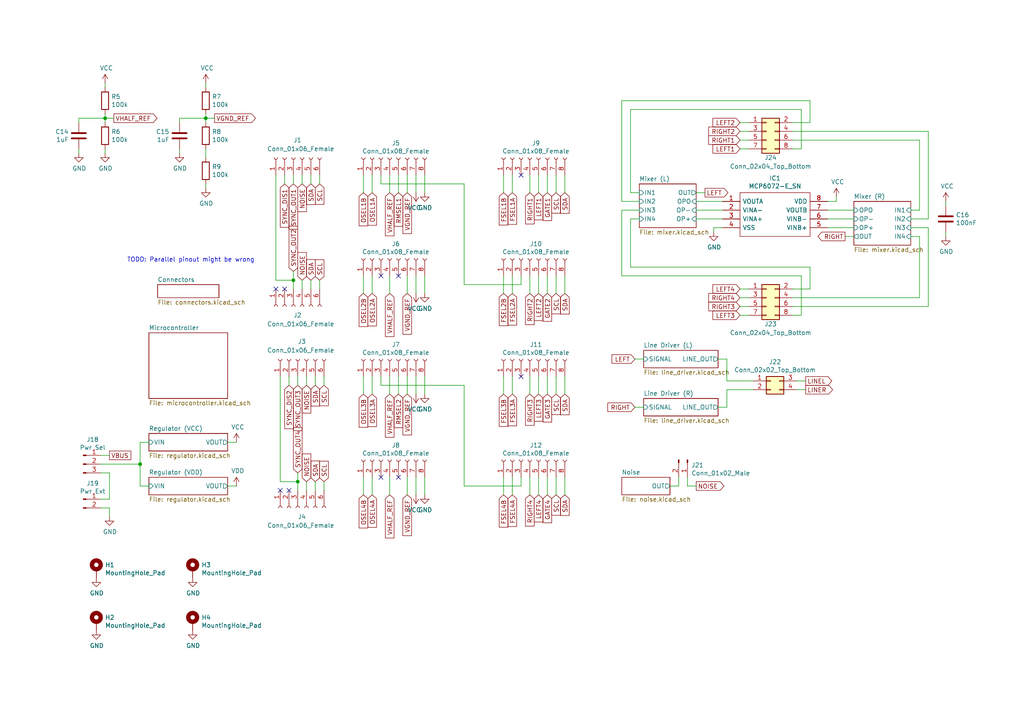
<source format=kicad_sch>
(kicad_sch (version 20211123) (generator eeschema)
  (paper "A4")
  (lib_symbols
    (symbol "Connector:Conn_01x02_Male" (pin_names (offset 1.016) hide)
      (property "Reference" "J" (at 0 2.54 0))
      (property "Value" "Conn_01x02_Male" (at 0 -5.08 0))
      (symbol "Conn_01x02_Male_1_1"
        (polyline (pts (xy 1.27 -2.54) (xy 0.8636 -2.54)) (stroke (width 0.1524)))
        (polyline (pts (xy 1.27 0) (xy 0.8636 0)) (stroke (width 0.1524)))
        (rectangle (start 0.8636 -2.413) (end 0 -2.667) (stroke (width 0.1524)) (fill (type outline)))
        (rectangle (start 0.8636 0.127) (end 0 -0.127) (stroke (width 0.1524)) (fill (type outline)))
        (pin passive line (at 5.08 0 180) (length 3.81) (name "Pin_1") (number "1"))
        (pin passive line (at 5.08 -2.54 180) (length 3.81) (name "Pin_2") (number "2"))
      )
    )
    (symbol "Connector:Conn_01x03_Male" (pin_names (offset 1.016) hide)
      (property "Reference" "J" (at 0 5.08 0))
      (property "Value" "Conn_01x03_Male" (at 0 -5.08 0))
      (symbol "Conn_01x03_Male_1_1"
        (polyline (pts (xy 1.27 -2.54) (xy 0.8636 -2.54)) (stroke (width 0.1524)))
        (polyline (pts (xy 1.27 0) (xy 0.8636 0)) (stroke (width 0.1524)))
        (polyline (pts (xy 1.27 2.54) (xy 0.8636 2.54)) (stroke (width 0.1524)))
        (rectangle (start 0.8636 -2.413) (end 0 -2.667) (stroke (width 0.1524)) (fill (type outline)))
        (rectangle (start 0.8636 0.127) (end 0 -0.127) (stroke (width 0.1524)) (fill (type outline)))
        (rectangle (start 0.8636 2.667) (end 0 2.413) (stroke (width 0.1524)) (fill (type outline)))
        (pin passive line (at 5.08 2.54 180) (length 3.81) (name "Pin_1") (number "1"))
        (pin passive line (at 5.08 0 180) (length 3.81) (name "Pin_2") (number "2"))
        (pin passive line (at 5.08 -2.54 180) (length 3.81) (name "Pin_3") (number "3"))
      )
    )
    (symbol "Connector:Conn_01x06_Female" (pin_names (offset 1.016) hide)
      (property "Reference" "J" (at 0 7.62 0))
      (property "Value" "Conn_01x06_Female" (at 0 -10.16 0))
      (symbol "Conn_01x06_Female_1_1"
        (arc (start 0 -7.112) (mid -0.508 -7.62) (end 0 -8.128) (stroke (width 0.1524)))
        (arc (start 0 -4.572) (mid -0.508 -5.08) (end 0 -5.588) (stroke (width 0.1524)))
        (arc (start 0 -2.032) (mid -0.508 -2.54) (end 0 -3.048) (stroke (width 0.1524)))
        (polyline (pts (xy -1.27 -7.62) (xy -0.508 -7.62)) (stroke (width 0.1524)))
        (polyline (pts (xy -1.27 -5.08) (xy -0.508 -5.08)) (stroke (width 0.1524)))
        (polyline (pts (xy -1.27 -2.54) (xy -0.508 -2.54)) (stroke (width 0.1524)))
        (polyline (pts (xy -1.27 0) (xy -0.508 0)) (stroke (width 0.1524)))
        (polyline (pts (xy -1.27 2.54) (xy -0.508 2.54)) (stroke (width 0.1524)))
        (polyline (pts (xy -1.27 5.08) (xy -0.508 5.08)) (stroke (width 0.1524)))
        (arc (start 0 0.508) (mid -0.508 0) (end 0 -0.508) (stroke (width 0.1524)))
        (arc (start 0 3.048) (mid -0.508 2.54) (end 0 2.032) (stroke (width 0.1524)))
        (arc (start 0 5.588) (mid -0.508 5.08) (end 0 4.572) (stroke (width 0.1524)))
        (pin passive line (at -5.08 5.08 0) (length 3.81) (name "Pin_1") (number "1"))
        (pin passive line (at -5.08 2.54 0) (length 3.81) (name "Pin_2") (number "2"))
        (pin passive line (at -5.08 0 0) (length 3.81) (name "Pin_3") (number "3"))
        (pin passive line (at -5.08 -2.54 0) (length 3.81) (name "Pin_4") (number "4"))
        (pin passive line (at -5.08 -5.08 0) (length 3.81) (name "Pin_5") (number "5"))
        (pin passive line (at -5.08 -7.62 0) (length 3.81) (name "Pin_6") (number "6"))
      )
    )
    (symbol "Connector:Conn_01x08_Female" (pin_names (offset 1.016) hide)
      (property "Reference" "J" (at 0 10.16 0))
      (property "Value" "Conn_01x08_Female" (at 0 -12.7 0))
      (symbol "Conn_01x08_Female_1_1"
        (arc (start 0 -9.652) (mid -0.508 -10.16) (end 0 -10.668) (stroke (width 0.1524)))
        (arc (start 0 -7.112) (mid -0.508 -7.62) (end 0 -8.128) (stroke (width 0.1524)))
        (arc (start 0 -4.572) (mid -0.508 -5.08) (end 0 -5.588) (stroke (width 0.1524)))
        (arc (start 0 -2.032) (mid -0.508 -2.54) (end 0 -3.048) (stroke (width 0.1524)))
        (polyline (pts (xy -1.27 -10.16) (xy -0.508 -10.16)) (stroke (width 0.1524)))
        (polyline (pts (xy -1.27 -7.62) (xy -0.508 -7.62)) (stroke (width 0.1524)))
        (polyline (pts (xy -1.27 -5.08) (xy -0.508 -5.08)) (stroke (width 0.1524)))
        (polyline (pts (xy -1.27 -2.54) (xy -0.508 -2.54)) (stroke (width 0.1524)))
        (polyline (pts (xy -1.27 0) (xy -0.508 0)) (stroke (width 0.1524)))
        (polyline (pts (xy -1.27 2.54) (xy -0.508 2.54)) (stroke (width 0.1524)))
        (polyline (pts (xy -1.27 5.08) (xy -0.508 5.08)) (stroke (width 0.1524)))
        (polyline (pts (xy -1.27 7.62) (xy -0.508 7.62)) (stroke (width 0.1524)))
        (arc (start 0 0.508) (mid -0.508 0) (end 0 -0.508) (stroke (width 0.1524)))
        (arc (start 0 3.048) (mid -0.508 2.54) (end 0 2.032) (stroke (width 0.1524)))
        (arc (start 0 5.588) (mid -0.508 5.08) (end 0 4.572) (stroke (width 0.1524)))
        (arc (start 0 8.128) (mid -0.508 7.62) (end 0 7.112) (stroke (width 0.1524)))
        (pin passive line (at -5.08 7.62 0) (length 3.81) (name "Pin_1") (number "1"))
        (pin passive line (at -5.08 5.08 0) (length 3.81) (name "Pin_2") (number "2"))
        (pin passive line (at -5.08 2.54 0) (length 3.81) (name "Pin_3") (number "3"))
        (pin passive line (at -5.08 0 0) (length 3.81) (name "Pin_4") (number "4"))
        (pin passive line (at -5.08 -2.54 0) (length 3.81) (name "Pin_5") (number "5"))
        (pin passive line (at -5.08 -5.08 0) (length 3.81) (name "Pin_6") (number "6"))
        (pin passive line (at -5.08 -7.62 0) (length 3.81) (name "Pin_7") (number "7"))
        (pin passive line (at -5.08 -10.16 0) (length 3.81) (name "Pin_8") (number "8"))
      )
    )
    (symbol "Connector_Generic:Conn_02x02_Top_Bottom" (pin_names (offset 1.016) hide)
      (property "Reference" "J" (at 1.27 2.54 0))
      (property "Value" "Conn_02x02_Top_Bottom" (at 1.27 -5.08 0))
      (symbol "Conn_02x02_Top_Bottom_1_1"
        (rectangle (start -1.27 -2.413) (end 0 -2.667) (stroke (width 0.1524)))
        (rectangle (start -1.27 0.127) (end 0 -0.127) (stroke (width 0.1524)))
        (rectangle (start -1.27 1.27) (end 3.81 -3.81) (stroke (width 0.254)) (fill (type background)))
        (rectangle (start 3.81 -2.413) (end 2.54 -2.667) (stroke (width 0.1524)))
        (rectangle (start 3.81 0.127) (end 2.54 -0.127) (stroke (width 0.1524)))
        (pin passive line (at -5.08 0 0) (length 3.81) (name "Pin_1") (number "1"))
        (pin passive line (at -5.08 -2.54 0) (length 3.81) (name "Pin_2") (number "2"))
        (pin passive line (at 7.62 0 180) (length 3.81) (name "Pin_3") (number "3"))
        (pin passive line (at 7.62 -2.54 180) (length 3.81) (name "Pin_4") (number "4"))
      )
    )
    (symbol "Connector_Generic:Conn_02x04_Odd_Even" (pin_names (offset 1.016) hide)
      (property "Reference" "J" (at 1.27 5.08 0))
      (property "Value" "Conn_02x04_Odd_Even" (at 1.27 -7.62 0))
      (symbol "Conn_02x04_Odd_Even_1_1"
        (rectangle (start -1.27 -4.953) (end 0 -5.207) (stroke (width 0.1524)))
        (rectangle (start -1.27 -2.413) (end 0 -2.667) (stroke (width 0.1524)))
        (rectangle (start -1.27 0.127) (end 0 -0.127) (stroke (width 0.1524)))
        (rectangle (start -1.27 2.667) (end 0 2.413) (stroke (width 0.1524)))
        (rectangle (start -1.27 3.81) (end 3.81 -6.35) (stroke (width 0.254)) (fill (type background)))
        (rectangle (start 3.81 -4.953) (end 2.54 -5.207) (stroke (width 0.1524)))
        (rectangle (start 3.81 -2.413) (end 2.54 -2.667) (stroke (width 0.1524)))
        (rectangle (start 3.81 0.127) (end 2.54 -0.127) (stroke (width 0.1524)))
        (rectangle (start 3.81 2.667) (end 2.54 2.413) (stroke (width 0.1524)))
        (pin passive line (at -5.08 2.54 0) (length 3.81) (name "Pin_1") (number "1"))
        (pin passive line (at 7.62 2.54 180) (length 3.81) (name "Pin_2") (number "2"))
        (pin passive line (at -5.08 0 0) (length 3.81) (name "Pin_3") (number "3"))
        (pin passive line (at 7.62 0 180) (length 3.81) (name "Pin_4") (number "4"))
        (pin passive line (at -5.08 -2.54 0) (length 3.81) (name "Pin_5") (number "5"))
        (pin passive line (at 7.62 -2.54 180) (length 3.81) (name "Pin_6") (number "6"))
        (pin passive line (at -5.08 -5.08 0) (length 3.81) (name "Pin_7") (number "7"))
        (pin passive line (at 7.62 -5.08 180) (length 3.81) (name "Pin_8") (number "8"))
      )
    )
    (symbol "Device:C" (pin_numbers hide) (pin_names (offset 0.254))
      (property "Reference" "C" (at 0.635 2.54 0))
      (property "Value" "C" (at 0.635 -2.54 0))
      (symbol "C_0_1"
        (polyline (pts (xy -2.032 -0.762) (xy 2.032 -0.762)) (stroke (width 0.508)))
        (polyline (pts (xy -2.032 0.762) (xy 2.032 0.762)) (stroke (width 0.508)))
      )
      (symbol "C_1_1"
        (pin passive line (at 0 3.81 270) (length 2.794) (name "~") (number "1"))
        (pin passive line (at 0 -3.81 90) (length 2.794) (name "~") (number "2"))
      )
    )
    (symbol "Device:R" (pin_numbers hide) (pin_names (offset 0))
      (property "Reference" "R" (at 2.032 0 90))
      (property "Value" "R" (at 0 0 90))
      (symbol "R_0_1"
        (rectangle (start -1.016 -2.54) (end 1.016 2.54) (stroke (width 0.254)))
      )
      (symbol "R_1_1"
        (pin passive line (at 0 3.81 270) (length 1.27) (name "~") (number "1"))
        (pin passive line (at 0 -3.81 90) (length 1.27) (name "~") (number "2"))
      )
    )
    (symbol "MCP6072-E_SN:MCP6072-E_SN" (pin_names (offset 0.762))
      (property "Reference" "IC" (at 26.67 7.62 0))
      (property "Value" "MCP6072-E_SN" (at 26.67 5.08 0))
      (symbol "MCP6072-E_SN_0_0"
        (pin output line (at 0 0 0) (length 5.08) (name "VOUTA") (number "1"))
        (pin input line (at 0 -2.54 0) (length 5.08) (name "VINA-") (number "2"))
        (pin input line (at 0 -5.08 0) (length 5.08) (name "VINA+") (number "3"))
        (pin power_in line (at 0 -7.62 0) (length 5.08) (name "VSS") (number "4"))
        (pin input line (at 30.48 -7.62 180) (length 5.08) (name "VINB+") (number "5"))
        (pin input line (at 30.48 -5.08 180) (length 5.08) (name "VINB-") (number "6"))
        (pin output line (at 30.48 -2.54 180) (length 5.08) (name "VOUTB") (number "7"))
        (pin power_in line (at 30.48 0 180) (length 5.08) (name "VDD") (number "8"))
      )
      (symbol "MCP6072-E_SN_0_1"
        (polyline (pts (xy 5.08 2.54) (xy 25.4 2.54) (xy 25.4 -10.16) (xy 5.08 -10.16) (xy 5.08 2.54)) (stroke (width 0.1524)))
      )
    )
    (symbol "Mechanical:MountingHole_Pad" (pin_numbers hide) (pin_names (offset 1.016) hide)
      (property "Reference" "H" (at 0 6.35 0))
      (property "Value" "MountingHole_Pad" (at 0 4.445 0))
      (symbol "MountingHole_Pad_0_1"
        (circle (center 0 1.27) (radius 1.27) (stroke (width 1.27)))
      )
      (symbol "MountingHole_Pad_1_1"
        (pin input line (at 0 -2.54 90) (length 2.54) (name "1") (number "1"))
      )
    )
    (symbol "power:GND" (power) (pin_names (offset 0))
      (property "Value" "GND" (at 0 -3.81 0))
      (symbol "GND_0_1"
        (polyline (pts (xy 0 0) (xy 0 -1.27) (xy 1.27 -1.27) (xy 0 -2.54) (xy -1.27 -1.27) (xy 0 -1.27)))
      )
      (symbol "GND_1_1"
        (pin power_in line (at 0 0 270) (length 0) hide (name "GND") (number "1"))
      )
    )
    (symbol "power:VCC" (power) (pin_names (offset 0))
      (property "Value" "VCC" (at 0 3.81 0))
      (symbol "VCC_0_1"
        (polyline (pts (xy -0.762 1.27) (xy 0 2.54)))
        (polyline (pts (xy 0 0) (xy 0 2.54)))
        (polyline (pts (xy 0 2.54) (xy 0.762 1.27)))
      )
      (symbol "VCC_1_1"
        (pin power_in line (at 0 0 90) (length 0) hide (name "VCC") (number "1"))
      )
    )
    (symbol "power:VDD" (power) (pin_names (offset 0))
      (property "Value" "VDD" (at 0 3.81 0))
      (symbol "VDD_0_1"
        (polyline (pts (xy -0.762 1.27) (xy 0 2.54)))
        (polyline (pts (xy 0 0) (xy 0 2.54)))
        (polyline (pts (xy 0 2.54) (xy 0.762 1.27)))
      )
      (symbol "VDD_1_1"
        (pin power_in line (at 0 0 90) (length 0) hide (name "VDD") (number "1"))
      )
    )
  )
  (junction (at 30.48 34.29))
  (junction (at 40.64 134.62))
  (junction (at 86.36 139.7))
  (junction (at 59.69 34.29))
  (junction (at 85.09 81.28))
  (no_connect (at 110.49 80.01))
  (no_connect (at 151.13 109.22))
  (no_connect (at 115.57 138.43))
  (no_connect (at 83.82 142.24))
  (no_connect (at 151.13 50.8))
  (no_connect (at 80.01 83.82))
  (no_connect (at 115.57 80.01))
  (no_connect (at 82.55 83.82))
  (no_connect (at 110.49 138.43))
  (no_connect (at 81.28 142.24))
  (wire (pts (xy 269.24 88.9) (xy 269.24 66.04)))
  (wire (pts (xy 163.83 143.51) (xy 163.83 138.43)))
  (wire (pts (xy 163.83 114.3) (xy 163.83 109.22)))
  (wire (pts (xy 120.65 143.51) (xy 120.65 138.43)))
  (wire (pts (xy 196.85 140.97) (xy 196.85 138.43)))
  (wire (pts (xy 31.75 144.78) (xy 31.75 137.16)))
  (wire (pts (xy 156.21 143.51) (xy 156.21 138.43)))
  (wire (pts (xy 105.41 109.22) (xy 105.41 114.3)))
  (wire (pts (xy 240.03 58.42) (xy 242.57 58.42)))
  (wire (pts (xy 161.29 85.09) (xy 161.29 80.01)))
  (wire (pts (xy 229.87 40.64) (xy 266.7 40.64)))
  (wire (pts (xy 110.49 53.34) (xy 110.49 50.8)))
  (wire (pts (xy 229.87 91.44) (xy 232.41 91.44)))
  (wire (pts (xy 87.63 81.28) (xy 87.63 83.82)))
  (wire (pts (xy 107.95 109.22) (xy 107.95 114.3)))
  (wire (pts (xy 30.48 33.02) (xy 30.48 34.29)))
  (wire (pts (xy 161.29 114.3) (xy 161.29 109.22)))
  (wire (pts (xy 85.09 78.74) (xy 85.09 81.28)))
  (wire (pts (xy 232.41 43.18) (xy 232.41 31.75)))
  (wire (pts (xy 30.48 24.13) (xy 30.48 25.4)))
  (wire (pts (xy 194.31 140.97) (xy 196.85 140.97)))
  (wire (pts (xy 123.19 114.3) (xy 123.19 109.22)))
  (wire (pts (xy 158.75 114.3) (xy 158.75 109.22)))
  (wire (pts (xy 120.65 85.09) (xy 120.65 80.01)))
  (wire (pts (xy 204.47 55.88) (xy 201.93 55.88)))
  (wire (pts (xy 182.88 77.47) (xy 182.88 63.5)))
  (wire (pts (xy 86.36 137.16) (xy 86.36 139.7)))
  (wire (pts (xy 207.01 66.04) (xy 209.55 66.04)))
  (wire (pts (xy 232.41 80.01) (xy 180.34 80.01)))
  (wire (pts (xy 115.57 50.8) (xy 115.57 55.88)))
  (wire (pts (xy 229.87 86.36) (xy 266.7 86.36)))
  (wire (pts (xy 151.13 82.55) (xy 134.62 82.55)))
  (wire (pts (xy 180.34 60.96) (xy 185.42 60.96)))
  (wire (pts (xy 123.19 85.09) (xy 123.19 80.01)))
  (wire (pts (xy 93.98 111.76) (xy 93.98 109.22)))
  (wire (pts (xy 33.02 34.29) (xy 30.48 34.29)))
  (wire (pts (xy 269.24 38.1) (xy 269.24 63.5)))
  (wire (pts (xy 182.88 31.75) (xy 182.88 55.88)))
  (wire (pts (xy 232.41 31.75) (xy 182.88 31.75)))
  (wire (pts (xy 86.36 139.7) (xy 81.28 139.7)))
  (wire (pts (xy 92.71 53.34) (xy 92.71 50.8)))
  (wire (pts (xy 146.05 85.09) (xy 146.05 80.01)))
  (wire (pts (xy 210.82 110.49) (xy 218.44 110.49)))
  (wire (pts (xy 107.95 80.01) (xy 107.95 85.09)))
  (wire (pts (xy 59.69 33.02) (xy 59.69 34.29)))
  (wire (pts (xy 240.03 66.04) (xy 247.65 66.04)))
  (wire (pts (xy 30.48 34.29) (xy 30.48 35.56)))
  (wire (pts (xy 40.64 140.97) (xy 40.64 134.62)))
  (wire (pts (xy 180.34 80.01) (xy 180.34 60.96)))
  (wire (pts (xy 210.82 104.14) (xy 210.82 110.49)))
  (wire (pts (xy 214.63 91.44) (xy 217.17 91.44)))
  (wire (pts (xy 29.21 134.62) (xy 40.64 134.62)))
  (wire (pts (xy 266.7 40.64) (xy 266.7 60.96)))
  (wire (pts (xy 40.64 128.27) (xy 43.18 128.27)))
  (wire (pts (xy 229.87 43.18) (xy 232.41 43.18)))
  (wire (pts (xy 158.75 55.88) (xy 158.75 50.8)))
  (wire (pts (xy 274.32 68.58) (xy 274.32 67.31)))
  (wire (pts (xy 153.67 55.88) (xy 153.67 50.8)))
  (wire (pts (xy 90.17 53.34) (xy 90.17 50.8)))
  (wire (pts (xy 234.95 77.47) (xy 182.88 77.47)))
  (wire (pts (xy 107.95 138.43) (xy 107.95 143.51)))
  (wire (pts (xy 146.05 143.51) (xy 146.05 138.43)))
  (wire (pts (xy 214.63 43.18) (xy 217.17 43.18)))
  (wire (pts (xy 229.87 83.82) (xy 234.95 83.82)))
  (wire (pts (xy 199.39 140.97) (xy 199.39 138.43)))
  (wire (pts (xy 161.29 55.88) (xy 161.29 50.8)))
  (wire (pts (xy 120.65 55.88) (xy 120.65 50.8)))
  (wire (pts (xy 266.7 60.96) (xy 264.16 60.96)))
  (wire (pts (xy 86.36 139.7) (xy 86.36 142.24)))
  (wire (pts (xy 274.32 58.42) (xy 274.32 59.69)))
  (wire (pts (xy 86.36 111.76) (xy 86.36 109.22)))
  (wire (pts (xy 118.11 114.3) (xy 118.11 109.22)))
  (wire (pts (xy 153.67 114.3) (xy 153.67 109.22)))
  (wire (pts (xy 151.13 80.01) (xy 151.13 82.55)))
  (wire (pts (xy 234.95 29.21) (xy 180.34 29.21)))
  (wire (pts (xy 151.13 140.97) (xy 134.62 140.97)))
  (wire (pts (xy 85.09 81.28) (xy 85.09 83.82)))
  (wire (pts (xy 123.19 143.51) (xy 123.19 138.43)))
  (wire (pts (xy 134.62 82.55) (xy 134.62 53.34)))
  (wire (pts (xy 153.67 143.51) (xy 153.67 138.43)))
  (wire (pts (xy 31.75 149.86) (xy 31.75 147.32)))
  (wire (pts (xy 22.86 35.56) (xy 22.86 34.29)))
  (wire (pts (xy 118.11 55.88) (xy 118.11 50.8)))
  (wire (pts (xy 233.68 110.49) (xy 231.14 110.49)))
  (wire (pts (xy 234.95 35.56) (xy 234.95 29.21)))
  (wire (pts (xy 148.59 114.3) (xy 148.59 109.22)))
  (wire (pts (xy 151.13 138.43) (xy 151.13 140.97)))
  (wire (pts (xy 31.75 132.08) (xy 29.21 132.08)))
  (wire (pts (xy 156.21 55.88) (xy 156.21 50.8)))
  (wire (pts (xy 90.17 81.28) (xy 90.17 83.82)))
  (wire (pts (xy 214.63 83.82) (xy 217.17 83.82)))
  (wire (pts (xy 105.41 138.43) (xy 105.41 143.51)))
  (wire (pts (xy 148.59 143.51) (xy 148.59 138.43)))
  (wire (pts (xy 68.58 140.97) (xy 66.04 140.97)))
  (wire (pts (xy 266.7 68.58) (xy 264.16 68.58)))
  (wire (pts (xy 31.75 137.16) (xy 29.21 137.16)))
  (wire (pts (xy 120.65 114.3) (xy 120.65 109.22)))
  (wire (pts (xy 82.55 53.34) (xy 82.55 50.8)))
  (wire (pts (xy 184.15 104.14) (xy 186.69 104.14)))
  (wire (pts (xy 210.82 118.11) (xy 210.82 113.03)))
  (wire (pts (xy 80.01 50.8) (xy 80.01 81.28)))
  (wire (pts (xy 233.68 113.03) (xy 231.14 113.03)))
  (wire (pts (xy 118.11 143.51) (xy 118.11 138.43)))
  (wire (pts (xy 52.07 35.56) (xy 52.07 34.29)))
  (wire (pts (xy 153.67 85.09) (xy 153.67 80.01)))
  (wire (pts (xy 214.63 38.1) (xy 217.17 38.1)))
  (wire (pts (xy 266.7 86.36) (xy 266.7 68.58)))
  (wire (pts (xy 148.59 85.09) (xy 148.59 80.01)))
  (wire (pts (xy 113.03 55.88) (xy 113.03 50.8)))
  (wire (pts (xy 234.95 83.82) (xy 234.95 77.47)))
  (wire (pts (xy 207.01 67.31) (xy 207.01 66.04)))
  (wire (pts (xy 52.07 44.45) (xy 52.07 43.18)))
  (wire (pts (xy 92.71 81.28) (xy 92.71 83.82)))
  (wire (pts (xy 88.9 111.76) (xy 88.9 109.22)))
  (wire (pts (xy 113.03 85.09) (xy 113.03 80.01)))
  (wire (pts (xy 59.69 24.13) (xy 59.69 25.4)))
  (wire (pts (xy 201.93 58.42) (xy 209.55 58.42)))
  (wire (pts (xy 87.63 53.34) (xy 87.63 50.8)))
  (wire (pts (xy 31.75 147.32) (xy 29.21 147.32)))
  (wire (pts (xy 40.64 128.27) (xy 40.64 134.62)))
  (wire (pts (xy 208.28 118.11) (xy 210.82 118.11)))
  (wire (pts (xy 229.87 35.56) (xy 234.95 35.56)))
  (wire (pts (xy 85.09 53.34) (xy 85.09 50.8)))
  (wire (pts (xy 123.19 55.88) (xy 123.19 50.8)))
  (wire (pts (xy 29.21 144.78) (xy 31.75 144.78)))
  (wire (pts (xy 22.86 44.45) (xy 22.86 43.18)))
  (wire (pts (xy 88.9 139.7) (xy 88.9 142.24)))
  (wire (pts (xy 62.23 34.29) (xy 59.69 34.29)))
  (wire (pts (xy 201.93 63.5) (xy 209.55 63.5)))
  (wire (pts (xy 210.82 113.03) (xy 218.44 113.03)))
  (wire (pts (xy 59.69 43.18) (xy 59.69 45.72)))
  (wire (pts (xy 156.21 85.09) (xy 156.21 80.01)))
  (wire (pts (xy 180.34 29.21) (xy 180.34 58.42)))
  (wire (pts (xy 214.63 40.64) (xy 217.17 40.64)))
  (wire (pts (xy 214.63 86.36) (xy 217.17 86.36)))
  (wire (pts (xy 201.93 60.96) (xy 209.55 60.96)))
  (wire (pts (xy 110.49 109.22) (xy 110.49 111.76)))
  (wire (pts (xy 146.05 114.3) (xy 146.05 109.22)))
  (wire (pts (xy 240.03 63.5) (xy 247.65 63.5)))
  (wire (pts (xy 134.62 53.34) (xy 110.49 53.34)))
  (wire (pts (xy 81.28 109.22) (xy 81.28 139.7)))
  (wire (pts (xy 180.34 58.42) (xy 185.42 58.42)))
  (wire (pts (xy 208.28 104.14) (xy 210.82 104.14)))
  (wire (pts (xy 52.07 34.29) (xy 59.69 34.29)))
  (wire (pts (xy 118.11 85.09) (xy 118.11 80.01)))
  (wire (pts (xy 201.93 140.97) (xy 199.39 140.97)))
  (wire (pts (xy 105.41 50.8) (xy 105.41 55.88)))
  (wire (pts (xy 232.41 91.44) (xy 232.41 80.01)))
  (wire (pts (xy 158.75 85.09) (xy 158.75 80.01)))
  (wire (pts (xy 113.03 114.3) (xy 113.03 109.22)))
  (wire (pts (xy 182.88 55.88) (xy 185.42 55.88)))
  (wire (pts (xy 85.09 81.28) (xy 80.01 81.28)))
  (wire (pts (xy 161.29 143.51) (xy 161.29 138.43)))
  (wire (pts (xy 269.24 66.04) (xy 264.16 66.04)))
  (wire (pts (xy 105.41 80.01) (xy 105.41 85.09)))
  (wire (pts (xy 40.64 140.97) (xy 43.18 140.97)))
  (wire (pts (xy 242.57 58.42) (xy 242.57 57.15)))
  (wire (pts (xy 134.62 111.76) (xy 110.49 111.76)))
  (wire (pts (xy 30.48 44.45) (xy 30.48 43.18)))
  (wire (pts (xy 91.44 139.7) (xy 91.44 142.24)))
  (wire (pts (xy 148.59 55.88) (xy 148.59 50.8)))
  (wire (pts (xy 146.05 55.88) (xy 146.05 50.8)))
  (wire (pts (xy 163.83 55.88) (xy 163.83 50.8)))
  (wire (pts (xy 115.57 109.22) (xy 115.57 114.3)))
  (wire (pts (xy 182.88 63.5) (xy 185.42 63.5)))
  (wire (pts (xy 214.63 88.9) (xy 217.17 88.9)))
  (wire (pts (xy 229.87 88.9) (xy 269.24 88.9)))
  (wire (pts (xy 134.62 140.97) (xy 134.62 111.76)))
  (wire (pts (xy 214.63 35.56) (xy 217.17 35.56)))
  (wire (pts (xy 22.86 34.29) (xy 30.48 34.29)))
  (wire (pts (xy 59.69 54.61) (xy 59.69 53.34)))
  (wire (pts (xy 83.82 111.76) (xy 83.82 109.22)))
  (wire (pts (xy 240.03 60.96) (xy 247.65 60.96)))
  (wire (pts (xy 93.98 139.7) (xy 93.98 142.24)))
  (wire (pts (xy 91.44 111.76) (xy 91.44 109.22)))
  (wire (pts (xy 158.75 143.51) (xy 158.75 138.43)))
  (wire (pts (xy 184.15 118.11) (xy 186.69 118.11)))
  (wire (pts (xy 68.58 128.27) (xy 66.04 128.27)))
  (wire (pts (xy 107.95 50.8) (xy 107.95 55.88)))
  (wire (pts (xy 229.87 38.1) (xy 269.24 38.1)))
  (wire (pts (xy 113.03 143.51) (xy 113.03 138.43)))
  (wire (pts (xy 245.11 68.58) (xy 247.65 68.58)))
  (wire (pts (xy 59.69 34.29) (xy 59.69 35.56)))
  (wire (pts (xy 163.83 85.09) (xy 163.83 80.01)))
  (wire (pts (xy 156.21 114.3) (xy 156.21 109.22)))
  (wire (pts (xy 269.24 63.5) (xy 264.16 63.5)))
  (text "TODO: Parallel pinout might be wrong" (at 36.83 76.2 0) (effects (font (size 1.27 1.27)) (justify left bottom)))
  (global_label "VGND_REF" (shape input) (at 118.11 143.51 270) (property "Intersheet References" "${INTERSHEET_REFS}" (effects hide)))
  (global_label "LINER" (shape output) (at 233.68 113.03 0) (property "Intersheet References" "${INTERSHEET_REFS}" (effects hide)))
  (global_label "FSEL3B" (shape input) (at 146.05 114.3 270) (property "Intersheet References" "${INTERSHEET_REFS}" (effects hide)))
  (global_label "SDA" (shape input) (at 91.44 139.7 90) (property "Intersheet References" "${INTERSHEET_REFS}" (effects hide)))
  (global_label "LINEL" (shape output) (at 233.68 110.49 0) (property "Intersheet References" "${INTERSHEET_REFS}" (effects hide)))
  (global_label "FSEL2B" (shape input) (at 146.05 85.09 270) (property "Intersheet References" "${INTERSHEET_REFS}" (effects hide)))
  (global_label "NOISE" (shape input) (at 88.9 111.76 270) (property "Intersheet References" "${INTERSHEET_REFS}" (effects hide)))
  (global_label "LEFT4" (shape input) (at 214.63 83.82 180) (property "Intersheet References" "${INTERSHEET_REFS}" (effects hide)))
  (global_label "VGND_REF" (shape input) (at 118.11 114.3 270) (property "Intersheet References" "${INTERSHEET_REFS}" (effects hide)))
  (global_label "VGND_REF" (shape input) (at 118.11 55.88 270) (property "Intersheet References" "${INTERSHEET_REFS}" (effects hide)))
  (global_label "RIGHT3" (shape input) (at 153.67 114.3 270) (property "Intersheet References" "${INTERSHEET_REFS}" (effects hide)))
  (global_label "SDA" (shape input) (at 163.83 55.88 270) (property "Intersheet References" "${INTERSHEET_REFS}" (effects hide)))
  (global_label "LEFT3" (shape input) (at 156.21 114.3 270) (property "Intersheet References" "${INTERSHEET_REFS}" (effects hide)))
  (global_label "RIGHT4" (shape input) (at 214.63 86.36 180) (property "Intersheet References" "${INTERSHEET_REFS}" (effects hide)))
  (global_label "VHALF_REF" (shape input) (at 113.03 55.88 270) (property "Intersheet References" "${INTERSHEET_REFS}" (effects hide)))
  (global_label "RIGHT2" (shape input) (at 214.63 38.1 180) (property "Intersheet References" "${INTERSHEET_REFS}" (effects hide)))
  (global_label "LEFT1" (shape input) (at 156.21 55.88 270) (property "Intersheet References" "${INTERSHEET_REFS}" (effects hide)))
  (global_label "SCL" (shape input) (at 93.98 111.76 270) (property "Intersheet References" "${INTERSHEET_REFS}" (effects hide)))
  (global_label "SCL" (shape input) (at 161.29 55.88 270) (property "Intersheet References" "${INTERSHEET_REFS}" (effects hide)))
  (global_label "OSEL4A" (shape input) (at 107.95 143.51 270) (property "Intersheet References" "${INTERSHEET_REFS}" (effects hide)))
  (global_label "VGND_REF" (shape input) (at 118.11 85.09 270) (property "Intersheet References" "${INTERSHEET_REFS}" (effects hide)))
  (global_label "SYNC_OUT2" (shape input) (at 85.09 78.74 90) (property "Intersheet References" "${INTERSHEET_REFS}" (effects hide)))
  (global_label "RIGHT2" (shape input) (at 153.67 85.09 270) (property "Intersheet References" "${INTERSHEET_REFS}" (effects hide)))
  (global_label "OSEL1A" (shape input) (at 107.95 55.88 270) (property "Intersheet References" "${INTERSHEET_REFS}" (effects hide)))
  (global_label "GATE2" (shape input) (at 158.75 85.09 270) (property "Intersheet References" "${INTERSHEET_REFS}" (effects hide)))
  (global_label "OSEL1B" (shape input) (at 105.41 55.88 270) (property "Intersheet References" "${INTERSHEET_REFS}" (effects hide)))
  (global_label "SYNC_OUT3" (shape input) (at 86.36 111.76 270) (property "Intersheet References" "${INTERSHEET_REFS}" (effects hide)))
  (global_label "VHALF_REF" (shape output) (at 33.02 34.29 0) (property "Intersheet References" "${INTERSHEET_REFS}" (effects hide)))
  (global_label "LEFT" (shape output) (at 204.47 55.88 0) (property "Intersheet References" "${INTERSHEET_REFS}" (effects hide)))
  (global_label "SYNC_OUT4" (shape input) (at 86.36 137.16 90) (property "Intersheet References" "${INTERSHEET_REFS}" (effects hide)))
  (global_label "SDA" (shape input) (at 163.83 114.3 270) (property "Intersheet References" "${INTERSHEET_REFS}" (effects hide)))
  (global_label "VGND_REF" (shape output) (at 62.23 34.29 0) (property "Intersheet References" "${INTERSHEET_REFS}" (effects hide)))
  (global_label "SYNC_OUT1" (shape input) (at 85.09 53.34 270) (property "Intersheet References" "${INTERSHEET_REFS}" (effects hide)))
  (global_label "LEFT" (shape input) (at 184.15 104.14 180) (property "Intersheet References" "${INTERSHEET_REFS}" (effects hide)))
  (global_label "VHALF_REF" (shape input) (at 113.03 114.3 270) (property "Intersheet References" "${INTERSHEET_REFS}" (effects hide)))
  (global_label "RMSEL1" (shape input) (at 115.57 55.88 270) (property "Intersheet References" "${INTERSHEET_REFS}" (effects hide)))
  (global_label "SDA" (shape input) (at 163.83 143.51 270) (property "Intersheet References" "${INTERSHEET_REFS}" (effects hide)))
  (global_label "RIGHT1" (shape input) (at 153.67 55.88 270) (property "Intersheet References" "${INTERSHEET_REFS}" (effects hide)))
  (global_label "RIGHT" (shape output) (at 245.11 68.58 180) (property "Intersheet References" "${INTERSHEET_REFS}" (effects hide)))
  (global_label "FSEL4B" (shape input) (at 146.05 143.51 270) (property "Intersheet References" "${INTERSHEET_REFS}" (effects hide)))
  (global_label "FSEL1A" (shape input) (at 148.59 55.88 270) (property "Intersheet References" "${INTERSHEET_REFS}" (effects hide)))
  (global_label "VHALF_REF" (shape input) (at 113.03 85.09 270) (property "Intersheet References" "${INTERSHEET_REFS}" (effects hide)))
  (global_label "NOISE" (shape input) (at 87.63 53.34 270) (property "Intersheet References" "${INTERSHEET_REFS}" (effects hide)))
  (global_label "LEFT4" (shape input) (at 156.21 143.51 270) (property "Intersheet References" "${INTERSHEET_REFS}" (effects hide)))
  (global_label "RMSEL2" (shape input) (at 115.57 114.3 270) (property "Intersheet References" "${INTERSHEET_REFS}" (effects hide)))
  (global_label "GATE3" (shape input) (at 158.75 114.3 270) (property "Intersheet References" "${INTERSHEET_REFS}" (effects hide)))
  (global_label "RIGHT" (shape input) (at 184.15 118.11 180) (property "Intersheet References" "${INTERSHEET_REFS}" (effects hide)))
  (global_label "OSEL2B" (shape input) (at 105.41 85.09 270) (property "Intersheet References" "${INTERSHEET_REFS}" (effects hide)))
  (global_label "NOISE" (shape input) (at 87.63 81.28 90) (property "Intersheet References" "${INTERSHEET_REFS}" (effects hide)))
  (global_label "OSEL2A" (shape input) (at 107.95 85.09 270) (property "Intersheet References" "${INTERSHEET_REFS}" (effects hide)))
  (global_label "OSEL3A" (shape input) (at 107.95 114.3 270) (property "Intersheet References" "${INTERSHEET_REFS}" (effects hide)))
  (global_label "GATE1" (shape input) (at 158.75 55.88 270) (property "Intersheet References" "${INTERSHEET_REFS}" (effects hide)))
  (global_label "SDA" (shape input) (at 91.44 111.76 270) (property "Intersheet References" "${INTERSHEET_REFS}" (effects hide)))
  (global_label "VBUS" (shape passive) (at 31.75 132.08 0) (property "Intersheet References" "${INTERSHEET_REFS}" (effects hide)))
  (global_label "OSEL4B" (shape input) (at 105.41 143.51 270) (property "Intersheet References" "${INTERSHEET_REFS}" (effects hide)))
  (global_label "SCL" (shape input) (at 92.71 53.34 270) (property "Intersheet References" "${INTERSHEET_REFS}" (effects hide)))
  (global_label "NOISE" (shape output) (at 201.93 140.97 0) (property "Intersheet References" "${INTERSHEET_REFS}" (effects hide)))
  (global_label "NOISE" (shape input) (at 88.9 139.7 90) (property "Intersheet References" "${INTERSHEET_REFS}" (effects hide)))
  (global_label "RIGHT3" (shape input) (at 214.63 88.9 180) (property "Intersheet References" "${INTERSHEET_REFS}" (effects hide)))
  (global_label "SCL" (shape input) (at 161.29 85.09 270) (property "Intersheet References" "${INTERSHEET_REFS}" (effects hide)))
  (global_label "SDA" (shape input) (at 90.17 81.28 90) (property "Intersheet References" "${INTERSHEET_REFS}" (effects hide)))
  (global_label "LEFT2" (shape input) (at 156.21 85.09 270) (property "Intersheet References" "${INTERSHEET_REFS}" (effects hide)))
  (global_label "SDA" (shape input) (at 90.17 53.34 270) (property "Intersheet References" "${INTERSHEET_REFS}" (effects hide)))
  (global_label "SCL" (shape input) (at 161.29 114.3 270) (property "Intersheet References" "${INTERSHEET_REFS}" (effects hide)))
  (global_label "LEFT3" (shape input) (at 214.63 91.44 180) (property "Intersheet References" "${INTERSHEET_REFS}" (effects hide)))
  (global_label "SCL" (shape input) (at 92.71 81.28 90) (property "Intersheet References" "${INTERSHEET_REFS}" (effects hide)))
  (global_label "FSEL4A" (shape input) (at 148.59 143.51 270) (property "Intersheet References" "${INTERSHEET_REFS}" (effects hide)))
  (global_label "VHALF_REF" (shape input) (at 113.03 143.51 270) (property "Intersheet References" "${INTERSHEET_REFS}" (effects hide)))
  (global_label "LEFT1" (shape input) (at 214.63 43.18 180) (property "Intersheet References" "${INTERSHEET_REFS}" (effects hide)))
  (global_label "SDA" (shape input) (at 163.83 85.09 270) (property "Intersheet References" "${INTERSHEET_REFS}" (effects hide)))
  (global_label "LEFT2" (shape input) (at 214.63 35.56 180) (property "Intersheet References" "${INTERSHEET_REFS}" (effects hide)))
  (global_label "SCL" (shape input) (at 93.98 139.7 90) (property "Intersheet References" "${INTERSHEET_REFS}" (effects hide)))
  (global_label "SCL" (shape input) (at 161.29 143.51 270) (property "Intersheet References" "${INTERSHEET_REFS}" (effects hide)))
  (global_label "FSEL1B" (shape input) (at 146.05 55.88 270) (property "Intersheet References" "${INTERSHEET_REFS}" (effects hide)))
  (global_label "GATE4" (shape input) (at 158.75 143.51 270) (property "Intersheet References" "${INTERSHEET_REFS}" (effects hide)))
  (global_label "OSEL3B" (shape input) (at 105.41 114.3 270) (property "Intersheet References" "${INTERSHEET_REFS}" (effects hide)))
  (global_label "RIGHT4" (shape input) (at 153.67 143.51 270) (property "Intersheet References" "${INTERSHEET_REFS}" (effects hide)))
  (global_label "FSEL3A" (shape input) (at 148.59 114.3 270) (property "Intersheet References" "${INTERSHEET_REFS}" (effects hide)))
  (global_label "SYNC_DIS1" (shape input) (at 82.55 53.34 270) (property "Intersheet References" "${INTERSHEET_REFS}" (effects hide)))
  (global_label "RIGHT1" (shape input) (at 214.63 40.64 180) (property "Intersheet References" "${INTERSHEET_REFS}" (effects hide)))
  (global_label "SYNC_DIS2" (shape input) (at 83.82 111.76 270) (property "Intersheet References" "${INTERSHEET_REFS}" (effects hide)))
  (global_label "FSEL2A" (shape input) (at 148.59 85.09 270) (property "Intersheet References" "${INTERSHEET_REFS}" (effects hide)))
  (symbol (lib_id "Connector:Conn_01x06_Female") (at 85.09 88.9 90) (mirror x) (unit 1)
    (property "Reference" "J2" (at 85.09 91.44 90) (effects (justify right)))
    (property "Value" "Conn_01x06_Female" (at 77.47 93.98 90) (effects (justify right)))
    (property "Footprint" "Connector_PinSocket_2.54mm:PinSocket_1x06_P2.54mm_Vertical" (effects hide))
  )
  (symbol (lib_id "Connector:Conn_01x06_Female") (at 85.09 45.72 90) (unit 1)
    (property "Reference" "J1" (at 85.09 40.64 90) (effects (justify right)))
    (property "Value" "Conn_01x06_Female" (at 77.47 43.18 90) (effects (justify right)))
    (property "Footprint" "Connector_PinSocket_2.54mm:PinSocket_1x06_P2.54mm_Vertical" (effects hide))
  )
  (symbol (lib_id "Connector:Conn_01x06_Female") (at 86.36 147.32 90) (mirror x) (unit 1)
    (property "Reference" "J4" (at 86.36 149.86 90) (effects (justify right)))
    (property "Value" "Conn_01x06_Female" (at 77.47 152.4 90) (effects (justify right)))
    (property "Footprint" "Connector_PinSocket_2.54mm:PinSocket_1x06_P2.54mm_Vertical" (effects hide))
  )
  (symbol (lib_id "Connector:Conn_01x06_Female") (at 86.36 104.14 90) (unit 1)
    (property "Reference" "J3" (at 86.36 99.06 90) (effects (justify right)))
    (property "Value" "Conn_01x06_Female" (at 77.47 101.6 90) (effects (justify right)))
    (property "Footprint" "Connector_PinSocket_2.54mm:PinSocket_1x06_P2.54mm_Vertical" (effects hide))
  )
  (symbol (lib_id "Connector:Conn_01x08_Female") (at 113.03 45.72 90) (unit 1)
    (property "Reference" "J5" (at 114.808 41.529 90))
    (property "Value" "Conn_01x08_Female" (at 114.808 43.8404 90))
    (property "Footprint" "Connector_PinSocket_2.54mm:PinSocket_1x08_P2.54mm_Vertical" (effects hide))
  )
  (symbol (lib_id "power:VCC") (at 120.65 55.88 180) (unit 1)
    (property "Reference" "#PWR0101" (effects hide))
    (property "Value" "VCC" (at 120.1928 60.2742 0))
  )
  (symbol (lib_id "power:GND") (at 123.19 55.88 0) (unit 1)
    (property "Reference" "#PWR0102" (effects hide))
    (property "Value" "GND" (at 123.317 60.2742 0))
  )
  (symbol (lib_id "Connector:Conn_01x08_Female") (at 113.03 74.93 90) (unit 1)
    (property "Reference" "J6" (at 114.808 70.739 90))
    (property "Value" "Conn_01x08_Female" (at 114.808 73.0504 90))
    (property "Footprint" "Connector_PinSocket_2.54mm:PinSocket_1x08_P2.54mm_Vertical" (effects hide))
  )
  (symbol (lib_id "power:VCC") (at 120.65 85.09 180) (unit 1)
    (property "Reference" "#PWR0103" (effects hide))
    (property "Value" "VCC" (at 120.1928 89.4842 0))
  )
  (symbol (lib_id "power:GND") (at 123.19 85.09 0) (unit 1)
    (property "Reference" "#PWR0104" (effects hide))
    (property "Value" "GND" (at 123.317 89.4842 0))
  )
  (symbol (lib_id "Connector:Conn_01x08_Female") (at 113.03 104.14 90) (unit 1)
    (property "Reference" "J7" (at 114.808 99.949 90))
    (property "Value" "Conn_01x08_Female" (at 114.808 102.2604 90))
    (property "Footprint" "Connector_PinSocket_2.54mm:PinSocket_1x08_P2.54mm_Vertical" (effects hide))
  )
  (symbol (lib_id "power:VCC") (at 120.65 114.3 180) (unit 1)
    (property "Reference" "#PWR0105" (effects hide))
    (property "Value" "VCC" (at 120.1928 118.6942 0))
  )
  (symbol (lib_id "power:GND") (at 123.19 114.3 0) (unit 1)
    (property "Reference" "#PWR0106" (effects hide))
    (property "Value" "GND" (at 123.317 118.6942 0))
  )
  (symbol (lib_id "Connector:Conn_01x08_Female") (at 113.03 133.35 90) (unit 1)
    (property "Reference" "J8" (at 114.808 129.159 90))
    (property "Value" "Conn_01x08_Female" (at 114.808 131.4704 90))
    (property "Footprint" "Connector_PinSocket_2.54mm:PinSocket_1x08_P2.54mm_Vertical" (effects hide))
  )
  (symbol (lib_id "power:VCC") (at 120.65 143.51 180) (unit 1)
    (property "Reference" "#PWR0107" (effects hide))
    (property "Value" "VCC" (at 120.1928 147.9042 0))
  )
  (symbol (lib_id "power:GND") (at 123.19 143.51 0) (unit 1)
    (property "Reference" "#PWR0108" (effects hide))
    (property "Value" "GND" (at 123.317 147.9042 0))
  )
  (symbol (lib_id "Connector:Conn_01x08_Female") (at 153.67 45.72 90) (unit 1)
    (property "Reference" "J9" (at 155.448 41.529 90))
    (property "Value" "Conn_01x08_Female" (at 155.448 43.8404 90))
    (property "Footprint" "Connector_PinSocket_2.54mm:PinSocket_1x08_P2.54mm_Vertical" (effects hide))
  )
  (symbol (lib_id "Connector:Conn_01x08_Female") (at 153.67 74.93 90) (unit 1)
    (property "Reference" "J10" (at 155.448 70.739 90))
    (property "Value" "Conn_01x08_Female" (at 155.448 73.0504 90))
    (property "Footprint" "Connector_PinSocket_2.54mm:PinSocket_1x08_P2.54mm_Vertical" (effects hide))
  )
  (symbol (lib_id "Connector:Conn_01x08_Female") (at 153.67 104.14 90) (unit 1)
    (property "Reference" "J11" (at 155.448 99.949 90))
    (property "Value" "Conn_01x08_Female" (at 155.448 102.2604 90))
    (property "Footprint" "Connector_PinSocket_2.54mm:PinSocket_1x08_P2.54mm_Vertical" (effects hide))
  )
  (symbol (lib_id "Connector:Conn_01x08_Female") (at 153.67 133.35 90) (unit 1)
    (property "Reference" "J12" (at 155.448 129.159 90))
    (property "Value" "Conn_01x08_Female" (at 155.448 131.4704 90))
    (property "Footprint" "Connector_PinSocket_2.54mm:PinSocket_1x08_P2.54mm_Vertical" (effects hide))
  )
  (symbol (lib_id "power:VCC") (at 68.58 128.27 0) (unit 1)
    (property "Reference" "#PWR0109" (effects hide))
    (property "Value" "VCC" (at 68.961 123.8758 0))
  )
  (symbol (lib_id "power:VDD") (at 68.58 140.97 0) (unit 1)
    (property "Reference" "#PWR0110" (effects hide))
    (property "Value" "VDD" (at 68.961 136.5758 0))
  )
  (symbol (lib_id "Connector_Generic:Conn_02x02_Top_Bottom") (at 223.52 110.49 0) (unit 1)
    (property "Reference" "J22" (at 224.79 104.9782 0))
    (property "Value" "Conn_02x02_Top_Bottom" (at 224.79 107.2896 0))
    (property "Footprint" "Connector_PinHeader_2.54mm:PinHeader_2x02_P2.54mm_Vertical" (effects hide))
  )
  (symbol (lib_id "MCP6072-E_SN:MCP6072-E_SN") (at 209.55 58.42 0) (unit 1)
    (property "Reference" "IC1" (at 224.79 51.689 0))
    (property "Value" "MCP6072-E_SN" (at 224.79 54.0004 0))
    (property "Footprint" "footprints:SOIC127P600X175-8N" (effects hide))
    (property "Datasheet" "http://docs-emea.rs-online.com/webdocs/0db6/0900766b80db63d9.pdf" (effects hide))
    (property "Description" "Dual 1.8V 1.2MHz Op Amp, E temp" (effects hide))
    (property "Height" "1.75" (effects hide))
    (property "Manufacturer_Name" "Microchip" (effects hide))
    (property "Manufacturer_Part_Number" "MCP6072-E/SN" (effects hide))
    (property "Arrow Part Number" "MCP6072-E/SN" (effects hide))
    (property "Arrow Price/Stock" "https://www.arrow.com/en/products/mcp6072-esn/microchip-technology" (effects hide))
    (property "Mouser Part Number" "579-MCP6072-E/SN" (effects hide))
    (property "Mouser Price/Stock" "https://www.mouser.co.uk/ProductDetail/Microchip-Technology/MCP6072-E-SN?qs=WqWCsLCZBkoWV5W34epJag%3D%3D" (effects hide))
  )
  (symbol (lib_id "power:VCC") (at 242.57 57.15 0) (unit 1)
    (property "Reference" "#PWR011" (effects hide))
    (property "Value" "VCC" (at 242.951 52.7558 0))
  )
  (symbol (lib_id "Device:C") (at 274.32 63.5 0) (unit 1)
    (property "Reference" "C16" (at 277.241 62.3316 0) (effects (justify left)))
    (property "Value" "100nF" (at 277.241 64.643 0) (effects (justify left)))
    (property "Footprint" "Capacitor_SMD:C_0603_1608Metric_Pad1.05x0.95mm_HandSolder" (effects hide))
  )
  (symbol (lib_id "power:GND") (at 274.32 68.58 0) (unit 1)
    (property "Reference" "#PWR010" (effects hide))
    (property "Value" "GND" (at 274.447 72.9742 0))
  )
  (symbol (lib_id "power:VCC") (at 274.32 58.42 0) (unit 1)
    (property "Reference" "#PWR09" (effects hide))
    (property "Value" "VCC" (at 274.701 54.0258 0))
  )
  (symbol (lib_id "Connector:Conn_01x03_Male") (at 24.13 134.62 0) (unit 1)
    (property "Reference" "J18" (at 26.8732 127.4826 0))
    (property "Value" "Pwr Sel" (at 26.8732 129.794 0))
    (property "Footprint" "Connector_PinHeader_2.54mm:PinHeader_1x03_P2.54mm_Vertical" (effects hide))
  )
  (symbol (lib_id "power:GND") (at 207.01 67.31 0) (unit 1)
    (property "Reference" "#PWR08" (effects hide))
    (property "Value" "GND" (at 207.137 71.7042 0))
  )
  (symbol (lib_id "Device:R") (at 30.48 39.37 0) (unit 1)
    (property "Reference" "R6" (at 32.258 38.2016 0) (effects (justify left)))
    (property "Value" "100k" (at 32.258 40.513 0) (effects (justify left)))
    (property "Footprint" "Resistor_SMD:R_0603_1608Metric_Pad1.05x0.95mm_HandSolder" (effects hide))
  )
  (symbol (lib_id "Device:R") (at 30.48 29.21 0) (unit 1)
    (property "Reference" "R5" (at 32.258 28.0416 0) (effects (justify left)))
    (property "Value" "100k" (at 32.258 30.353 0) (effects (justify left)))
    (property "Footprint" "Resistor_SMD:R_0603_1608Metric_Pad1.05x0.95mm_HandSolder" (effects hide))
  )
  (symbol (lib_id "power:GND") (at 31.75 149.86 0) (unit 1)
    (property "Reference" "#PWR0148" (effects hide))
    (property "Value" "GND" (at 31.877 154.2542 0))
  )
  (symbol (lib_id "power:GND") (at 30.48 44.45 0) (unit 1)
    (property "Reference" "#PWR04" (effects hide))
    (property "Value" "GND" (at 30.607 48.8442 0))
  )
  (symbol (lib_id "Connector:Conn_01x02_Male") (at 24.13 144.78 0) (unit 1)
    (property "Reference" "J19" (at 26.8732 140.1826 0))
    (property "Value" "Pwr Ext" (at 26.8732 142.494 0))
    (property "Footprint" "Connector_PinHeader_2.54mm:PinHeader_1x02_P2.54mm_Vertical" (effects hide))
  )
  (symbol (lib_id "power:VCC") (at 30.48 24.13 0) (unit 1)
    (property "Reference" "#PWR03" (effects hide))
    (property "Value" "VCC" (at 30.861 19.7358 0))
  )
  (symbol (lib_id "Device:C") (at 22.86 39.37 0) (unit 1)
    (property "Reference" "C14" (at 19.939 38.2016 0) (effects (justify right)))
    (property "Value" "1uF" (at 19.939 40.513 0) (effects (justify right)))
    (property "Footprint" "Capacitor_SMD:C_0603_1608Metric_Pad1.05x0.95mm_HandSolder" (effects hide))
  )
  (symbol (lib_id "power:GND") (at 22.86 44.45 0) (unit 1)
    (property "Reference" "#PWR02" (effects hide))
    (property "Value" "GND" (at 22.987 48.8442 0))
  )
  (symbol (lib_id "Device:R") (at 59.69 39.37 0) (unit 1)
    (property "Reference" "R8" (at 61.468 38.2016 0) (effects (justify left)))
    (property "Value" "100k" (at 61.468 40.513 0) (effects (justify left)))
    (property "Footprint" "Resistor_SMD:R_0603_1608Metric_Pad1.05x0.95mm_HandSolder" (effects hide))
  )
  (symbol (lib_id "Device:R") (at 59.69 29.21 0) (unit 1)
    (property "Reference" "R7" (at 61.468 28.0416 0) (effects (justify left)))
    (property "Value" "100k" (at 61.468 30.353 0) (effects (justify left)))
    (property "Footprint" "Resistor_SMD:R_0603_1608Metric_Pad1.05x0.95mm_HandSolder" (effects hide))
  )
  (symbol (lib_id "power:GND") (at 59.69 54.61 0) (unit 1)
    (property "Reference" "#PWR07" (effects hide))
    (property "Value" "GND" (at 59.817 59.0042 0))
  )
  (symbol (lib_id "power:VCC") (at 59.69 24.13 0) (unit 1)
    (property "Reference" "#PWR06" (effects hide))
    (property "Value" "VCC" (at 60.071 19.7358 0))
  )
  (symbol (lib_id "power:GND") (at 52.07 44.45 0) (unit 1)
    (property "Reference" "#PWR05" (effects hide))
    (property "Value" "GND" (at 52.197 48.8442 0))
  )
  (symbol (lib_id "Device:C") (at 52.07 39.37 0) (unit 1)
    (property "Reference" "C15" (at 49.149 38.2016 0) (effects (justify right)))
    (property "Value" "1uF" (at 49.149 40.513 0) (effects (justify right)))
    (property "Footprint" "Capacitor_SMD:C_0603_1608Metric_Pad1.05x0.95mm_HandSolder" (effects hide))
  )
  (symbol (lib_id "Device:R") (at 59.69 49.53 0) (unit 1)
    (property "Reference" "R9" (at 61.468 48.3616 0) (effects (justify left)))
    (property "Value" "100k" (at 61.468 50.673 0) (effects (justify left)))
    (property "Footprint" "Resistor_SMD:R_0603_1608Metric_Pad1.05x0.95mm_HandSolder" (effects hide))
  )
  (symbol (lib_id "Connector:Conn_01x02_Male") (at 199.39 133.35 270) (unit 1)
    (property "Reference" "J21" (at 200.5076 134.9248 90) (effects (justify left)))
    (property "Value" "Conn_01x02_Male" (at 200.5076 137.2362 90) (effects (justify left)))
    (property "Footprint" "Connector_PinHeader_2.54mm:PinHeader_1x02_P2.54mm_Vertical" (effects hide))
  )
  (symbol (lib_id "Connector_Generic:Conn_02x04_Odd_Even") (at 222.25 86.36 0) (unit 1)
    (property "Reference" "J23" (at 223.52 93.98 0))
    (property "Value" "Conn_02x04_Top_Bottom" (at 223.52 96.52 0))
    (property "Footprint" "Connector_PinHeader_2.54mm:PinHeader_2x04_P2.54mm_Vertical" (effects hide))
  )
  (symbol (lib_id "Mechanical:MountingHole_Pad") (at 27.94 165.1 0) (unit 1)
    (property "Reference" "H1" (at 30.48 163.8554 0) (effects (justify left)))
    (property "Value" "MountingHole_Pad" (at 30.48 166.1668 0) (effects (justify left)))
    (property "Footprint" "MountingHole:MountingHole_2.7mm_M2.5_Pad" (effects hide))
  )
  (symbol (lib_id "Mechanical:MountingHole_Pad") (at 27.94 180.34 0) (unit 1)
    (property "Reference" "H2" (at 30.48 179.0954 0) (effects (justify left)))
    (property "Value" "MountingHole_Pad" (at 30.48 181.4068 0) (effects (justify left)))
    (property "Footprint" "MountingHole:MountingHole_2.7mm_M2.5_Pad" (effects hide))
  )
  (symbol (lib_id "Mechanical:MountingHole_Pad") (at 55.88 165.1 0) (unit 1)
    (property "Reference" "H3" (at 58.42 163.8554 0) (effects (justify left)))
    (property "Value" "MountingHole_Pad" (at 58.42 166.1668 0) (effects (justify left)))
    (property "Footprint" "MountingHole:MountingHole_2.7mm_M2.5_Pad" (effects hide))
  )
  (symbol (lib_id "Mechanical:MountingHole_Pad") (at 55.88 180.34 0) (unit 1)
    (property "Reference" "H4" (at 58.42 179.0954 0) (effects (justify left)))
    (property "Value" "MountingHole_Pad" (at 58.42 181.4068 0) (effects (justify left)))
    (property "Footprint" "MountingHole:MountingHole_2.7mm_M2.5_Pad" (effects hide))
  )
  (symbol (lib_id "power:GND") (at 27.94 167.64 0) (unit 1)
    (property "Reference" "#PWR023" (effects hide))
    (property "Value" "GND" (at 28.067 172.0342 0))
  )
  (symbol (lib_id "power:GND") (at 27.94 182.88 0) (unit 1)
    (property "Reference" "#PWR024" (effects hide))
    (property "Value" "GND" (at 28.067 187.2742 0))
  )
  (symbol (lib_id "power:GND") (at 55.88 167.64 0) (unit 1)
    (property "Reference" "#PWR025" (effects hide))
    (property "Value" "GND" (at 56.007 172.0342 0))
  )
  (symbol (lib_id "power:GND") (at 55.88 182.88 0) (unit 1)
    (property "Reference" "#PWR026" (effects hide))
    (property "Value" "GND" (at 56.007 187.2742 0))
  )
  (symbol (lib_id "Connector_Generic:Conn_02x04_Odd_Even") (at 222.25 38.1 0) (unit 1)
    (property "Reference" "J24" (at 223.52 45.72 0))
    (property "Value" "Conn_02x04_Top_Bottom" (at 223.52 48.26 0))
    (property "Footprint" "Connector_PinHeader_2.54mm:PinHeader_2x04_P2.54mm_Vertical" (effects hide))
  )
  (sheet (at 43.18 96.52) (size 22.86 19.05)
    (property "Sheet name" "Microcontroller" (at 43.18 95.8084 0) (effects (justify left bottom)))
    (property "Sheet file" "microcontroller.kicad_sch" (at 43.18 116.1546 0) (effects (justify left top)))
  )
  (sheet (at 45.72 82.55) (size 17.78 3.81)
    (property "Sheet name" "Connectors" (at 45.72 81.8384 0) (effects (justify left bottom)))
    (property "Sheet file" "connectors.kicad_sch" (at 45.72 86.9446 0) (effects (justify left top)))
  )
  (sheet (at 43.18 125.73) (size 22.86 5.08)
    (property "Sheet name" "Regulator (VCC)" (at 43.18 125.0184 0) (effects (justify left bottom)))
    (property "Sheet file" "regulator.kicad_sch" (at 43.18 131.3946 0) (effects (justify left top)))
    (pin "VOUT" output (at 66.04 128.27 0))
    (pin "VIN" input (at 43.18 128.27 180))
  )
  (sheet (at 43.18 138.43) (size 22.86 5.08)
    (property "Sheet name" "Regulator (VDD)" (at 43.18 137.7184 0) (effects (justify left bottom)))
    (property "Sheet file" "regulator.kicad_sch" (at 43.18 144.0946 0) (effects (justify left top)))
    (pin "VOUT" output (at 66.04 140.97 0))
    (pin "VIN" input (at 43.18 140.97 180))
  )
  (sheet (at 186.69 101.6) (size 21.59 5.08)
    (property "Sheet name" "Line Driver (L)" (at 186.69 100.8884 0) (effects (justify left bottom)))
    (property "Sheet file" "line_driver.kicad_sch" (at 186.69 107.2646 0) (effects (justify left top)))
    (pin "LINE_OUT" output (at 208.28 104.14 0))
    (pin "SIGNAL" input (at 186.69 104.14 180))
  )
  (sheet (at 186.69 115.57) (size 21.59 5.08)
    (property "Sheet name" "Line Driver (R)" (at 186.69 114.8584 0) (effects (justify left bottom)))
    (property "Sheet file" "line_driver.kicad_sch" (at 186.69 121.2346 0) (effects (justify left top)))
    (pin "LINE_OUT" output (at 208.28 118.11 0))
    (pin "SIGNAL" input (at 186.69 118.11 180))
  )
  (sheet (at 185.42 53.34) (size 16.51 12.7)
    (property "Sheet name" "Mixer (L)" (at 185.42 52.6284 0) (effects (justify left bottom)))
    (property "Sheet file" "mixer.kicad_sch" (at 185.42 66.6246 0) (effects (justify left top)))
    (pin "OP+" input (at 201.93 63.5 0))
    (pin "IN1" input (at 185.42 55.88 180))
    (pin "IN2" input (at 185.42 58.42 180))
    (pin "IN3" input (at 185.42 60.96 180))
    (pin "IN4" input (at 185.42 63.5 180))
    (pin "OP-" input (at 201.93 60.96 0))
    (pin "OPO" input (at 201.93 58.42 0))
    (pin "OUT" output (at 201.93 55.88 0))
  )
  (sheet (at 247.65 58.42) (size 16.51 12.7)
    (property "Sheet name" "Mixer (R)" (at 247.65 57.7084 0) (effects (justify left bottom)))
    (property "Sheet file" "mixer.kicad_sch" (at 247.65 71.7046 0) (effects (justify left top)))
    (pin "OP+" input (at 247.65 66.04 180))
    (pin "IN1" input (at 264.16 60.96 0))
    (pin "IN2" input (at 264.16 63.5 0))
    (pin "IN3" input (at 264.16 66.04 0))
    (pin "IN4" input (at 264.16 68.58 0))
    (pin "OP-" input (at 247.65 63.5 180))
    (pin "OPO" input (at 247.65 60.96 180))
    (pin "OUT" output (at 247.65 68.58 180))
  )
  (sheet (at 180.34 138.43) (size 13.97 5.08)
    (property "Sheet name" "Noise" (at 180.34 137.7184 0) (effects (justify left bottom)))
    (property "Sheet file" "noise.kicad_sch" (at 180.34 144.0946 0) (effects (justify left top)))
    (pin "OUT" output (at 194.31 140.97 0))
  )
)
</source>
